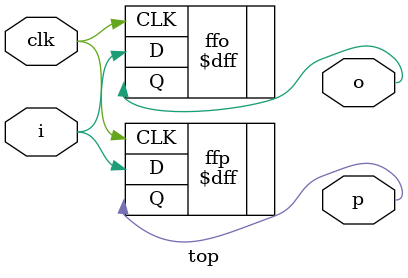
<source format=v>
module top(input clk, i, (* init = 1'b0 *) output o, /* NB: no init here! */ output p);
  \$dff  #(
    .CLK_POLARITY(1'h1),
    .WIDTH(32'd1)
  ) ffo  (
    .CLK(clk),
    .D(i),
    .Q(o)
  );
  \$dff  #(
    .CLK_POLARITY(1'h1),
    .WIDTH(32'd1)
  ) ffp  (
    .CLK(clk),
    .D(i),
    .Q(p)
  );
endmodule

</source>
